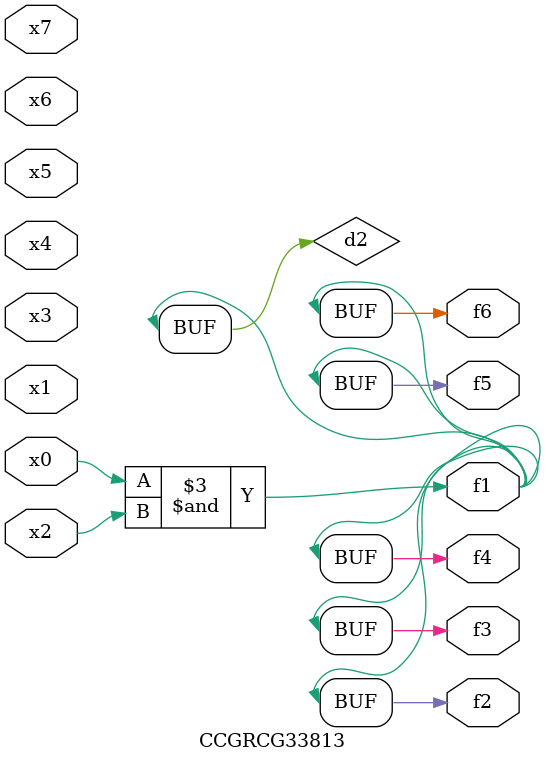
<source format=v>
module CCGRCG33813(
	input x0, x1, x2, x3, x4, x5, x6, x7,
	output f1, f2, f3, f4, f5, f6
);

	wire d1, d2;

	nor (d1, x3, x6);
	and (d2, x0, x2);
	assign f1 = d2;
	assign f2 = d2;
	assign f3 = d2;
	assign f4 = d2;
	assign f5 = d2;
	assign f6 = d2;
endmodule

</source>
